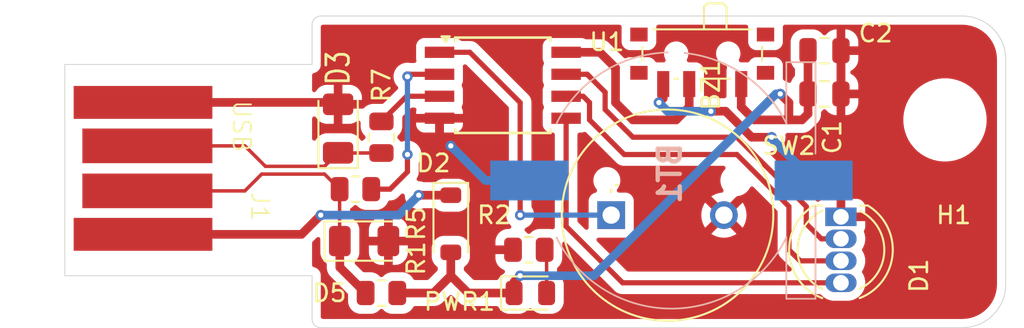
<source format=kicad_pcb>
(kicad_pcb (version 20240108) (generator "pcbnew") (generator_version "8.0")
  (layers (0 "F.Cu" signal) (31 "B.Cu" signal) (34 "B.Paste" user) (35 "F.Paste" user) (36 "B.SilkS" user "B.Silkscreen") (37 "F.SilkS" user "F.Silkscreen") (38 "B.Mask" user) (39 "F.Mask" user) (44 "Edge.Cuts" user))
  (net 0 "")
  (net 1 "GND")
  (net 2 "/Buzzer")
  (net 3 "/Blue")
  (net 4 "/Green")
  (net 5 "/Red")
  (net 6 "/D+")
  (net 7 "/D-")
  (net 8 "+5V")
  (net 9 "Net-(D2-K)")
  (net 10 "Net-(PWR1-A)")
  (net 11 "/PB3")
  (net 12 "/PB4")
  (net 13 "VCC")
  (net 14 "/cell_switch")
  (footprint "Diode_SMD:D_1206_3216Metric" (layer "F.Cu") (at 103.5 54.5 90)
    (property "Reference" "D3" (at 3.5 0 -90) (layer "F.SilkS") (effects (font (size 1.3 1) (thickness 0.16))))
    (property "Value" "3.6V")
    (fp_line (start 1.6 -1.135) (end -2.285 -1.135) (stroke (width 0.12)) (layer "F.SilkS"))
    (fp_line (start -2.285 -1.135) (end -2.285 1.135) (stroke (width 0.12)) (layer "F.SilkS"))
    (fp_line (start -2.285 1.135) (end 1.6 1.135) (stroke (width 0.12)) (layer "F.SilkS"))
    (pad "1" smd roundrect (at -1.4 0 90) (size 1.25 1.75) (layers "F.Cu" "F.Paste" "F.Mask") (roundrect_rratio 0.2) (net 6 "/D+"))
    (pad "2" smd roundrect (at 1.4 0 90) (size 1.25 1.75) (layers "F.Cu" "F.Paste" "F.Mask") (roundrect_rratio 0.2) (net 1 "GND"))
  )
  (footprint "Capacitor_SMD:C_0805_2012Metric" (layer "F.Cu") (at 131.55 50)
    (property "Reference" "C2" (at 2.95 -1 180) (layer "F.SilkS"))
    (property "Value" "0.1uF")
    (fp_line (start -0.261252 -0.735) (end 0.261252 -0.735) (stroke (width 0.12)) (layer "F.SilkS"))
    (fp_line (start -0.261252 0.735) (end 0.261252 0.735) (stroke (width 0.12)) (layer "F.SilkS"))
    (pad "1" smd roundrect (at -0.95 0) (size 1 1.45) (layers "F.Cu" "F.Paste" "F.Mask") (net 8 "+5V"))
    (pad "2" smd roundrect (at 0.95 0) (size 1 1.45) (layers "F.Cu" "F.Paste" "F.Mask") (net 1 "GND"))
  )
  (footprint "LED_SMD:LED_0805_2012Metric" (layer "F.Cu") (at 114.5875 64)
    (property "Reference" "PWR1" (at -4.0875 0.5 0) (layer "F.SilkS"))
    (property "Value" "LED")
    (fp_line (start -1.685 -0.96) (end -1.685 0.96) (stroke (width 0.12)) (layer "F.SilkS"))
    (fp_line (start -1.685 0.96) (end 1 0.96) (stroke (width 0.12)) (layer "F.SilkS"))
    (fp_line (start 1 -0.96) (end -1.685 -0.96) (stroke (width 0.12)) (layer "F.SilkS"))
    (pad "1" smd roundrect (at -0.9375 0) (size 0.975 1.4) (layers "F.Cu" "F.Paste" "F.Mask") (net 8 "+5V"))
    (pad "2" smd roundrect (at 0.9375 0) (size 0.975 1.4) (layers "F.Cu" "F.Paste" "F.Mask") (net 10 "Net-(PWR1-A)"))
  )
  (footprint "Package_SO:SOIC-8W_5.3x5.3mm_P1.27mm" (layer "F.Cu") (at 113 52)
    (property "Reference" "U1" (at 6 -2.5 0) (layer "F.SilkS"))
    (property "Value" "ATtiny85V-10S")
    (fp_line (start -2.75 -2.755) (end -2.75 -2.55) (stroke (width 0.15)) (layer "F.SilkS"))
    (fp_line (start -2.75 -2.755) (end 2.75 -2.755) (stroke (width 0.15)) (layer "F.SilkS"))
    (fp_line (start -2.75 2.755) (end -2.75 2.55) (stroke (width 0.15)) (layer "F.SilkS"))
    (fp_line (start -2.75 2.755) (end 2.75 2.755) (stroke (width 0.15)) (layer "F.SilkS"))
    (fp_line (start 2.75 -2.755) (end 2.75 -2.55) (stroke (width 0.15)) (layer "F.SilkS"))
    (fp_line (start 2.75 2.755) (end 2.75 2.55) (stroke (width 0.15)) (layer "F.SilkS"))
    (fp_poly (pts (xy -3.3 -2.5) (xy -3.54 -2.83) (xy -3.06 -2.83) (xy -3.3 -2.5)) (stroke (width 0.12)) (fill solid) (layer "F.SilkS"))
    (pad "1" smd rect (at -3.65 -1.905) (size 1.7 0.65) (layers "F.Cu" "F.Paste" "F.Mask") (net 2 "/Buzzer"))
    (pad "2" smd rect (at -3.65 -0.635) (size 1.7 0.65) (layers "F.Cu" "F.Paste" "F.Mask") (net 11 "/PB3"))
    (pad "3" smd rect (at -3.65 0.635) (size 1.7 0.65) (layers "F.Cu" "F.Paste" "F.Mask") (net 12 "/PB4"))
    (pad "4" smd rect (at -3.65 1.905) (size 1.7 0.65) (layers "F.Cu" "F.Paste" "F.Mask") (net 1 "GND"))
    (pad "5" smd rect (at 3.65 1.905) (size 1.7 0.65) (layers "F.Cu" "F.Paste" "F.Mask") (net 3 "/Blue"))
    (pad "6" smd rect (at 3.65 0.635) (size 1.7 0.65) (layers "F.Cu" "F.Paste" "F.Mask") (net 4 "/Green"))
    (pad "7" smd rect (at 3.65 -0.635) (size 1.7 0.65) (layers "F.Cu" "F.Paste" "F.Mask") (net 5 "/Red"))
    (pad "8" smd rect (at 3.65 -1.905) (size 1.7 0.65) (layers "F.Cu" "F.Paste" "F.Mask") (net 13 "VCC"))
  )
  (footprint "Resistor_SMD:R_0805_2012Metric" (layer "F.Cu") (at 104.5 58 180)
    (property "Reference" "R5" (at -3.5 -2 -90) (layer "F.SilkS"))
    (property "Value" "68")
    (fp_line (start -0.227064 0.735) (end 0.227064 0.735) (stroke (width 0.12)) (layer "F.SilkS"))
    (fp_line (start -0.227064 -0.735) (end 0.227064 -0.735) (stroke (width 0.12)) (layer "F.SilkS"))
    (pad "1" smd roundrect (at -0.9125 0 180) (size 1.025 1.4) (layers "F.Cu" "F.Paste" "F.Mask") (roundrect_rratio 0.243902) (net 11 "/PB3"))
    (pad "2" smd roundrect (at 0.9125 0 180) (size 1.025 1.4) (layers "F.Cu" "F.Paste" "F.Mask") (roundrect_rratio 0.243902) (net 7 "/D-"))
  )
  (footprint "Resistor_SMD:R_0805_2012Metric" (layer "F.Cu") (at 106 55 -90)
    (property "Reference" "R7" (at -3 0 90) (layer "F.SilkS"))
    (property "Value" "68")
    (fp_line (start -0.227064 0.735) (end 0.227064 0.735) (stroke (width 0.12)) (layer "F.SilkS"))
    (fp_line (start -0.227064 -0.735) (end 0.227064 -0.735) (stroke (width 0.12)) (layer "F.SilkS"))
    (pad "1" smd roundrect (at -0.9125 0 270) (size 1.025 1.4) (layers "F.Cu" "F.Paste" "F.Mask") (roundrect_rratio 0.243902) (net 12 "/PB4"))
    (pad "2" smd roundrect (at 0.9125 0 270) (size 1.025 1.4) (layers "F.Cu" "F.Paste" "F.Mask") (roundrect_rratio 0.243902) (net 6 "/D+"))
  )
  (footprint "custom_usbA_onPCB:USBonPCB" (layer "F.Cu") (at 87.35 56.8 -90)
    (property "Reference" "J1" (at 2.2 -11.65 -90) (layer "F.SilkS") (effects (font (thickness 0.1))))
    (property "Value" "USB_A")
    (fp_text user "USB" (at -4 -10 -90) (layer "F.SilkS") (effects (font (thickness 0.1)) (justify left bottom)))
    (pad "1" connect rect (at 3.81 -4.9 270) (size 1.9 8) (layers "F.Cu" "F.Mask") (net 9 "Net-(D2-K)"))
    (pad "2" connect rect (at 1.3 -5.15 270) (size 2 7.5) (layers "F.Cu" "F.Mask") (net 7 "/D-"))
    (pad "3" connect rect (at -1.3 -5.15 270) (size 2 7.5) (layers "F.Cu" "F.Mask") (net 6 "/D+"))
    (pad "4" connect rect (at -3.81 -4.9 270) (size 1.9 8) (layers "F.Cu" "F.Mask") (net 1 "GND"))
  )
  (footprint "Resistor_SMD:R_0805_2012Metric" (layer "F.Cu") (at 106 64 180)
    (property "Reference" "R1" (at -2 2 -90) (layer "F.SilkS"))
    (property "Value" "1K5")
    (fp_line (start -0.227064 0.735) (end 0.227064 0.735) (stroke (width 0.12)) (layer "F.SilkS"))
    (fp_line (start -0.227064 -0.735) (end 0.227064 -0.735) (stroke (width 0.12)) (layer "F.SilkS"))
    (pad "1" smd roundrect (at -0.9125 0 180) (size 1.025 1.4) (layers "F.Cu" "F.Paste" "F.Mask") (roundrect_rratio 0.243902) (net 8 "+5V"))
    (pad "2" smd roundrect (at 0.9125 0 180) (size 1.025 1.4) (layers "F.Cu" "F.Paste" "F.Mask") (roundrect_rratio 0.243902) (net 7 "/D-"))
  )
  (footprint "Diode_SMD:D_1206_3216Metric" (layer "F.Cu") (at 105 61)
    (property "Reference" "D5" (at -2 3 0) (layer "F.SilkS"))
    (property "Value" "3.6V")
    (fp_line (start -2.285 -1.135) (end -2.285 1.135) (stroke (width 0.12)) (layer "F.SilkS"))
    (fp_line (start -2.285 1.135) (end 1.6 1.135) (stroke (width 0.12)) (layer "F.SilkS"))
    (fp_line (start 1.6 -1.135) (end -2.285 -1.135) (stroke (width 0.12)) (layer "F.SilkS"))
    (pad "1" smd roundrect (at -1.4 0) (size 1.25 1.75) (layers "F.Cu" "F.Paste" "F.Mask") (roundrect_rratio 0.2) (net 7 "/D-"))
    (pad "2" smd roundrect (at 1.4 0) (size 1.25 1.75) (layers "F.Cu" "F.Paste" "F.Mask") (roundrect_rratio 0.2) (net 1 "GND"))
  )
  (footprint "Diode_SMD:D_SOD-123" (layer "F.Cu") (at 110 60 -90)
    (property "Reference" "D2" (at -3.5 1 180) (layer "F.SilkS"))
    (property "Value" "MBR0520LT")
    (fp_line (start -2.36 1) (end 1.65 1) (stroke (width 0.12)) (layer "F.SilkS"))
    (fp_line (start -2.36 -1) (end -2.36 1) (stroke (width 0.12)) (layer "F.SilkS"))
    (fp_line (start -2.36 -1) (end 1.65 -1) (stroke (width 0.12)) (layer "F.SilkS"))
    (pad "1" smd roundrect (at -1.65 0 270) (size 0.9 1.2) (layers "F.Cu" "F.Paste" "F.Mask") (net 9 "Net-(D2-K)"))
    (pad "2" smd roundrect (at 1.65 0 270) (size 0.9 1.2) (layers "F.Cu" "F.Paste" "F.Mask") (net 8 "+5V"))
  )
  (footprint "LED_THT:LED_D5.0mm-4_RGB" (layer "F.Cu") (at 132.5 59.6 -90)
    (property "Reference" "D1" (at 3.4 -4.5 90) (layer "F.SilkS"))
    (property "Value" "LED_KRGB")
    (fp_line (start -0.655 1.08) (end -0.655 1.545) (stroke (width 0.12)) (layer "F.SilkS"))
    (fp_line (start -0.655 -1.545) (end -0.655 -1.08) (stroke (width 0.12)) (layer "F.SilkS"))
    (fp_arc (start 4.692815 1.080827) (mid 2.163456 2.978808) (end -0.655 1.54483) (stroke (width 0.12)) (layer "F.SilkS"))
    (fp_arc (start 4.159479 1.080429) (mid 1.904762 2.5) (end -0.349684 1.08) (stroke (width 0.12)) (layer "F.SilkS"))
    (fp_arc (start -0.349684 -1.08) (mid 1.904762 -2.5) (end 4.159479 -1.080429) (stroke (width 0.12)) (layer "F.SilkS"))
    (fp_arc (start -0.655 -1.54483) (mid 2.163456 -2.978809) (end 4.692815 -1.080827) (stroke (width 0.12)) (layer "F.SilkS"))
    (pad "1" thru_hole rect (at 0 0 270) (size 1.07 1.8) (drill 0.9) (layers "*.Cu" "*.Mask") (net 1 "GND"))
    (pad "2" thru_hole oval (at 1.27 0 270) (size 1.07 1.8) (drill 0.9) (layers "*.Cu" "*.Mask") (net 5 "/Red"))
    (pad "3" thru_hole oval (at 2.54 0 270) (size 1.07 1.8) (drill 0.9) (layers "*.Cu" "*.Mask") (net 4 "/Green"))
    (pad "4" thru_hole oval (at 3.81 0 270) (size 1.07 1.8) (drill 0.9) (layers "*.Cu" "*.Mask") (net 3 "/Blue"))
  )
  (footprint "MountingHole:MountingHole_4.3mm_M4" (layer "F.Cu") (at 138.5 54)
    (property "Reference" "H1" (at 0.5 5.5 0) (layer "F.SilkS"))
    (property "Value" "MountingHole")
    (pad "" np_thru_hole circle (at 0 0) (size 4.3 4.3) (drill 4.3) (layers "*.Cu" "*.Mask"))
  )
  (footprint "Capacitor_SMD:C_0805_2012Metric" (layer "F.Cu") (at 131.55 52.5)
    (property "Reference" "C1" (at 0.45 2.5 -90) (layer "F.SilkS"))
    (property "Value" "4.7uF")
    (fp_line (start -0.261252 -0.735) (end 0.261252 -0.735) (stroke (width 0.12)) (layer "F.SilkS"))
    (fp_line (start -0.261252 0.735) (end 0.261252 0.735) (stroke (width 0.12)) (layer "F.SilkS"))
    (pad "1" smd roundrect (at -0.95 0) (size 1 1.45) (layers "F.Cu" "F.Paste" "F.Mask") (net 8 "+5V"))
    (pad "2" smd roundrect (at 0.95 0) (size 1 1.45) (layers "F.Cu" "F.Paste" "F.Mask") (net 1 "GND"))
  )
  (footprint "Button_Switch_SMD:SW_SPDT_PCM12" (layer "F.Cu") (at 124.5 50.5 180)
    (property "Reference" "SW2" (at -5 -5 180) (layer "F.SilkS"))
    (property "Value" "SW_SPDT")
    (fp_line (start 3.45 0.72) (end 3.45 -0.07) (stroke (width 0.12)) (layer "F.SilkS"))
    (fp_line (start 1.4 -1.12) (end 1.6 -1.12) (stroke (width 0.12)) (layer "F.SilkS"))
    (fp_line (start -0.1 3.02) (end -0.1 1.73) (stroke (width 0.12)) (layer "F.SilkS"))
    (fp_line (start -0.1 3.02) (end -0.3 3.23) (stroke (width 0.12)) (layer "F.SilkS"))
    (fp_line (start -1.2 3.23) (end -0.3 3.23) (stroke (width 0.12)) (layer "F.SilkS"))
    (fp_line (start -1.4 3.02) (end -1.2 3.23) (stroke (width 0.12)) (layer "F.SilkS"))
    (fp_line (start -1.4 1.73) (end -1.4 3.02) (stroke (width 0.12)) (layer "F.SilkS"))
    (fp_line (start -1.6 -1.12) (end 0.1 -1.12) (stroke (width 0.12)) (layer "F.SilkS"))
    (fp_line (start -2.85 1.73) (end 2.85 1.73) (stroke (width 0.12)) (layer "F.SilkS"))
    (fp_line (start -3.45 -0.07) (end -3.45 0.72) (stroke (width 0.12)) (layer "F.SilkS"))
    (pad "" smd rect (at -3.65 -0.78 180) (size 1 0.8) (layers "F.Cu" "F.Paste" "F.Mask"))
    (pad "" smd rect (at -3.65 1.43 180) (size 1 0.8) (layers "F.Cu" "F.Paste" "F.Mask"))
    (pad "" np_thru_hole circle (at -1.5 0.33 180) (size 0.9 0.9) (drill 0.9) (layers "*.Cu" "*.Mask"))
    (pad "" np_thru_hole circle (at 1.5 0.33 180) (size 0.9 0.9) (drill 0.9) (layers "*.Cu" "*.Mask"))
    (pad "" smd rect (at 3.65 -0.78 180) (size 1 0.8) (layers "F.Cu" "F.Paste" "F.Mask"))
    (pad "" smd rect (at 3.65 1.43 180) (size 1 0.8) (layers "F.Cu" "F.Paste" "F.Mask"))
    (pad "1" smd rect (at -2.25 -1.43 180) (size 0.7 1.5) (layers "F.Cu" "F.Paste" "F.Mask") (net 8 "+5V"))
    (pad "2" smd rect (at 0.75 -1.43 180) (size 0.7 1.5) (layers "F.Cu" "F.Paste" "F.Mask") (net 13 "VCC"))
    (pad "3" smd rect (at 2.25 -1.43 180) (size 0.7 1.5) (layers "F.Cu" "F.Paste" "F.Mask") (net 14 "/cell_switch"))
  )
  (footprint "Buzzer_Beeper:MagneticBuzzer_ProSignal_ABT-410-RC" (layer "F.Cu") (at 119.25 59.5)
    (property "Reference" "BZ1" (at 5.75 -7.5 90) (layer "F.SilkS"))
    (property "Value" "Buzzer")
    (fp_circle (center 3.25 0) (end 9.35 0) (stroke (width 0.12)) (fill none) (layer "F.SilkS"))
    (fp_text user "+" (at 0 -1.8 0) (layer "F.SilkS"))
    (pad "1" thru_hole rect (at 0 0) (size 1.6 1.6) (drill 1) (layers "*.Cu" "*.Mask") (net 2 "/Buzzer"))
    (pad "2" thru_hole circle (at 6.5 0) (size 1.6 1.6) (drill 1) (layers "*.Cu" "*.Mask") (net 1 "GND"))
  )
  (footprint "Resistor_SMD:R_0805_2012Metric" (layer "F.Cu") (at 114.5 61.5 180)
    (property "Reference" "R2" (at 2 2 180) (layer "F.SilkS"))
    (property "Value" "1K")
    (fp_line (start -0.227064 0.735) (end 0.227064 0.735) (stroke (width 0.12)) (layer "F.SilkS"))
    (fp_line (start -0.227064 -0.735) (end 0.227064 -0.735) (stroke (width 0.12)) (layer "F.SilkS"))
    (pad "1" smd roundrect (at -0.9125 0 180) (size 1.025 1.4) (layers "F.Cu" "F.Paste" "F.Mask") (roundrect_rratio 0.243902) (net 10 "Net-(PWR1-A)"))
    (pad "2" smd roundrect (at 0.9125 0 180) (size 1.025 1.4) (layers "F.Cu" "F.Paste" "F.Mask") (roundrect_rratio 0.243902) (net 1 "GND"))
  )
  (footprint "22BatteryHoldercoincell_S8411-45R:S8411-45R_1" (layer "B.Cu") (at 122.725 57.5 -90)
    (property "Reference" "BT1" (at -0.412 0.096 90) (layer "B.SilkS") (effects (font (size 1.27 1.27) (thickness 0.254)) (justify mirror)))
    (property "Value" "Battery_Cell" (hide yes))
    (fp_line (start -6.832 -6.625) (end -6.832 -8.307) (stroke (width 0.1)) (layer "B.SilkS"))
    (fp_line (start -3.27 -6.625) (end -6.832 -6.625) (stroke (width 0.1)) (layer "B.SilkS"))
    (fp_line (start 3.296 -6.625) (end 6.832 -6.625) (stroke (width 0.1)) (layer "B.SilkS"))
    (fp_line (start 6.832 -6.625) (end 6.832 -8.307) (stroke (width 0.1)) (layer "B.SilkS"))
    (fp_line (start -1.553 -8.307) (end -6.832 -8.307) (stroke (width 0.1)) (layer "B.SilkS"))
    (fp_line (start 1.49 -8.307) (end 6.832 -8.307) (stroke (width 0.1)) (layer "B.SilkS"))
    (fp_arc (start -3.29687 6.625) (mid -7.399998 -0.000879) (end -3.295295 -6.625783) (stroke (width 0.1)) (layer "B.SilkS"))
    (fp_arc (start 3.29687 -6.625) (mid 7.399995 0.000884) (end 3.295287 6.625787) (stroke (width 0.1)) (layer "B.SilkS"))
    (pad "" np_thru_hole circle (at 0 -3.725 270) (size 1.3 1.3) (drill 1.3) (layers "*.Cu" "*.Mask"))
    (pad "" np_thru_hole circle (at 0 3.725 270) (size 1.05 1.05) (drill 1.05) (layers "*.Cu" "*.Mask"))
    (pad "1" smd rect (at 0 -8.2 270) (size 2.3 4.5) (layers "B.Cu" "B.Paste" "B.Mask") (net 14 "/cell_switch"))
    (pad "2" smd rect (at 0 8.2 270) (size 2.3 4.5) (layers "B.Cu" "B.Paste" "B.Mask") (net 1 "GND"))
  )
  (gr_arc (start 139.5 48) (mid 141.267767 48.732233) (end 142 50.5) (stroke (width 0.05)) (layer "Edge.Cuts"))
  (gr_line (start 102.5 66) (end 139.5 66) (stroke (width 0.05)) (layer "Edge.Cuts"))
  (gr_arc (start 142 63.5) (mid 141.267767 65.267767) (end 139.5 66) (stroke (width 0.05)) (layer "Edge.Cuts"))
  (gr_line (start 102 65.5) (end 102 63) (stroke (width 0.05)) (layer "Edge.Cuts"))
  (gr_line (start 142 63.5) (end 142 50.5) (stroke (width 0.05)) (layer "Edge.Cuts"))
  (gr_arc (start 102 48.5) (mid 102.146447 48.146447) (end 102.5 48) (stroke (width 0.05)) (layer "Edge.Cuts"))
  (gr_line (start 102 50.8) (end 87.7375 50.8) (stroke (width 0.05)) (layer "Edge.Cuts"))
  (gr_line (start 102 48.5) (end 102 50.8) (stroke (width 0.05)) (layer "Edge.Cuts"))
  (gr_arc (start 102.5 66) (mid 102.146447 65.853553) (end 102 65.5) (stroke (width 0.05)) (layer "Edge.Cuts"))
  (gr_line (start 87.7375 63) (end 87.7375 50.8) (stroke (width 0.05)) (layer "Edge.Cuts"))
  (gr_line (start 87.7375 63) (end 102 63) (stroke (width 0.05)) (layer "Edge.Cuts"))
  (gr_line (start 139.5 48) (end 102.5 48) (stroke (width 0.05)) (layer "Edge.Cuts"))
  (segment (start 132.5 50) (end 132.5 52.5) (width 0.5) (layer "F.Cu") (net 1))
  (segment (start 106.4 61) (end 106.65 60.75) (width 0.5) (layer "F.Cu") (net 1))
  (segment (start 109.35 53.905) (end 109.35 54.85) (width 0.5) (layer "F.Cu") (net 1))
  (segment (start 106.5 60.9) (end 106.4 61) (width 0.5) (layer "F.Cu") (net 1))
  (segment (start 109.35 54.85) (end 110 55.5) (width 0.5) (layer "F.Cu") (net 1))
  (segment (start 92.25 52.99) (end 103.39 52.99) (width 0.5) (layer "F.Cu") (net 1))
  (segment (start 103.39 52.99) (end 103.5 53.1) (width 0.5) (layer "F.Cu") (net 1))
  (via (at 110 55.5) (size 0.6) (drill 0.3) (layers "F.Cu" "B.Cu") (net 1))
  (segment (start 110 55.5) (end 112 57.5) (width 0.5) (layer "B.Cu") (net 1))
  (segment (start 112 57.5) (end 114.525 57.5) (width 0.5) (layer "B.Cu") (net 1))
  (segment (start 111.095 50.095) (end 114 53) (width 0.3) (layer "F.Cu") (net 2))
  (segment (start 114 53) (end 114 59.5) (width 0.3) (layer "F.Cu") (net 2))
  (segment (start 109.35 50.095) (end 111.095 50.095) (width 0.3) (layer "F.Cu") (net 2))
  (via (at 114 59.5) (size 0.6) (drill 0.3) (layers "F.Cu" "B.Cu") (net 2))
  (segment (start 114 59.5) (end 119.25 59.5) (width 0.3) (layer "B.Cu") (net 2))
  (segment (start 116.65 53.905) (end 116.65 60.15) (width 0.3) (layer "F.Cu") (net 3))
  (segment (start 119.91 63.41) (end 132.5 63.41) (width 0.3) (layer "F.Cu") (net 3))
  (segment (start 116.65 60.15) (end 119.91 63.41) (width 0.3) (layer "F.Cu") (net 3))
  (segment (start 118 53) (end 118 54) (width 0.3) (layer "F.Cu") (net 4))
  (segment (start 129.5 61.5) (end 130.14 62.14) (width 0.3) (layer "F.Cu") (net 4))
  (segment (start 118 54) (end 120 56) (width 0.3) (layer "F.Cu") (net 4))
  (segment (start 126.5 56) (end 129.5 59) (width 0.3) (layer "F.Cu") (net 4))
  (segment (start 129.5 59) (end 129.5 61.5) (width 0.3) (layer "F.Cu") (net 4))
  (segment (start 120 56) (end 126.5 56) (width 0.3) (layer "F.Cu") (net 4))
  (segment (start 116.65 52.635) (end 117.635 52.635) (width 0.3) (layer "F.Cu") (net 4))
  (segment (start 117.635 52.635) (end 118 53) (width 0.3) (layer "F.Cu") (net 4))
  (segment (start 130.14 62.14) (end 132.5 62.14) (width 0.3) (layer "F.Cu") (net 4))
  (segment (start 118.9 53.4) (end 120.5 55) (width 0.3) (layer "F.Cu") (net 5))
  (segment (start 117.865 51.365) (end 118 51.5) (width 0.3) (layer "F.Cu") (net 5))
  (segment (start 126.5 55) (end 130.5 59) (width 0.3) (layer "F.Cu") (net 5))
  (segment (start 118.9 52.4) (end 118.9 53.4) (width 0.3) (layer "F.Cu") (net 5))
  (segment (start 116.65 51.365) (end 117.865 51.365) (width 0.3) (layer "F.Cu") (net 5))
  (segment (start 130.5 59) (end 130.5 60) (width 0.3) (layer "F.Cu") (net 5))
  (segment (start 117.865 51.365) (end 118.9 52.4) (width 0.3) (layer "F.Cu") (net 5))
  (segment (start 131.37 60.87) (end 132.5 60.87) (width 0.3) (layer "F.Cu") (net 5))
  (segment (start 130.5 60) (end 131.37 60.87) (width 0.3) (layer "F.Cu") (net 5))
  (segment (start 120.5 55) (end 126.5 55) (width 0.3) (layer "F.Cu") (net 5))
  (segment (start 102.718751 56.681249) (end 103.5 55.9) (width 0.2) (layer "F.Cu") (net 6))
  (segment (start 103.9 55.9) (end 103.9125 55.9125) (width 0.2) (layer "F.Cu") (net 6))
  (segment (start 98.125001 55.5) (end 99.30625 56.681249) (width 0.2) (layer "F.Cu") (net 6))
  (segment (start 92.5 55.5) (end 98.125001 55.5) (width 0.2) (layer "F.Cu") (net 6))
  (segment (start 103.1 55.5) (end 103.5 55.9) (width 0.2) (layer "F.Cu") (net 6))
  (segment (start 103.9125 55.9125) (end 106 55.9125) (width 0.2) (layer "F.Cu") (net 6))
  (segment (start 99.30625 56.681249) (end 102.718751 56.681249) (width 0.2) (layer "F.Cu") (net 6))
  (segment (start 103.5 55.9) (end 103.9 55.9) (width 0.2) (layer "F.Cu") (net 6))
  (segment (start 92.5 58.1) (end 98.125001 58.1) (width 0.2) (layer "F.Cu") (net 7))
  (segment (start 103.5875 60.9875) (end 103.6 61) (width 0.2) (layer "F.Cu") (net 7))
  (segment (start 102.718751 57.131251) (end 103.5875 58) (width 0.2) (layer "F.Cu") (net 7))
  (segment (start 103.5875 58) (end 103.5875 60.9875) (width 0.2) (layer "F.Cu") (net 7))
  (segment (start 99.09375 57.131251) (end 102.718751 57.131251) (width 0.2) (layer "F.Cu") (net 7))
  (segment (start 98.125001 58.1) (end 99.09375 57.131251) (width 0.2) (layer "F.Cu") (net 7))
  (segment (start 103.6 62.5125) (end 105.0875 64) (width 0.5) (layer "F.Cu") (net 7))
  (segment (start 103.6 61) (end 103.6 62.5125) (width 0.5) (layer "F.Cu") (net 7))
  (segment (start 110 63) (end 110 61.65) (width 0.5) (layer "F.Cu") (net 8))
  (segment (start 130.6 53.65) (end 130.6 52.5) (width 0.5) (layer "F.Cu") (net 8))
  (segment (start 113.65 64) (end 113.65 63.35) (width 0.5) (layer "F.Cu") (net 8))
  (segment (start 109 64) (end 110 63) (width 0.5) (layer "F.Cu") (net 8))
  (segment (start 129 52.5) (end 129.5 53) (width 0.5) (layer "F.Cu") (net 8))
  (segment (start 127.5 54) (end 129.5 54) (width 0.5) (layer "F.Cu") (net 8))
  (segment (start 130.6 50) (end 130.6 52.5) (width 0.5) (layer "F.Cu") (net 8))
  (segment (start 113.65 63.35) (end 114 63) (width 0.5) (layer "F.Cu") (net 8))
  (segment (start 111 64) (end 113.65 64) (width 0.5) (layer "F.Cu") (net 8))
  (segment (start 129.5 53) (end 129.5 54) (width 0.5) (layer "F.Cu") (net 8))
  (segment (start 106.9125 64) (end 109 64) (width 0.5) (layer "F.Cu") (net 8))
  (segment (start 126.75 51.93) (end 126.75 53.25) (width 0.5) (layer "F.Cu") (net 8))
  (segment (start 129.5 54) (end 130.25 54) (width 0.5) (layer "F.Cu") (net 8))
  (segment (start 126.75 53.25) (end 127.5 54) (width 0.5) (layer "F.Cu") (net 8))
  (segment (start 130.25 54) (end 130.6 53.65) (width 0.5) (layer "F.Cu") (net 8))
  (segment (start 110 63) (end 111 64) (width 0.5) (layer "F.Cu") (net 8))
  (via (at 129 52.5) (size 0.6) (drill 0.3) (layers "F.Cu" "B.Cu") (net 8))
  (via (at 114 63) (size 0.6) (drill 0.3) (layers "F.Cu" "B.Cu") (net 8))
  (segment (start 114 63) (end 118.25 63) (width 0.5) (layer "B.Cu") (net 8))
  (segment (start 128.75 52.5) (end 129 52.5) (width 0.5) (layer "B.Cu") (net 8))
  (segment (start 118.25 63) (end 128.75 52.5) (width 0.5) (layer "B.Cu") (net 8))
  (segment (start 108.15 58.35) (end 110 58.35) (width 0.5) (layer "F.Cu") (net 9))
  (segment (start 101.39 60.61) (end 92.25 60.61) (width 0.5) (layer "F.Cu") (net 9))
  (segment (start 102.5 59.5) (end 101.39 60.61) (width 0.5) (layer "F.Cu") (net 9))
  (via (at 102.5 59.5) (size 0.6) (drill 0.3) (layers "F.Cu" "B.Cu") (net 9))
  (via (at 108.15 58.35) (size 0.6) (drill 0.3) (layers "F.Cu" "B.Cu") (net 9))
  (segment (start 107 59.5) (end 102.5 59.5) (width 0.5) (layer "B.Cu") (net 9))
  (segment (start 108.15 58.35) (end 107 59.5) (width 0.5) (layer "B.Cu") (net 9))
  (segment (start 115.525 61.6125) (end 115.4125 61.5) (width 0.2) (layer "F.Cu") (net 10))
  (segment (start 115.525 64) (end 115.525 61.6125) (width 0.2) (layer "F.Cu") (net 10))
  (segment (start 107.5 57) (end 106.5 58) (width 0.3) (layer "F.Cu") (net 11))
  (segment (start 106.5 58) (end 105.4125 58) (width 0.3) (layer "F.Cu") (net 11))
  (segment (start 109.35 51.365) (end 107.635 51.365) (width 0.3) (layer "F.Cu") (net 11))
  (segment (start 107.635 51.365) (end 107.5 51.5) (width 0.3) (layer "F.Cu") (net 11))
  (segment (start 107.5 56) (end 107.5 57) (width 0.3) (layer "F.Cu") (net 11))
  (via (at 107.5 51.5) (size 0.6) (drill 0.3) (layers "F.Cu" "B.Cu") (net 11))
  (via (at 107.5 56) (size 0.6) (drill 0.3) (layers "F.Cu" "B.Cu") (net 11))
  (segment (start 107.5 51.5) (end 107.5 56) (width 0.3) (layer "B.Cu") (net 11))
  (segment (start 107.4525 52.635) (end 109.35 52.635) (width 0.3) (layer "F.Cu") (net 12))
  (segment (start 106 54.0875) (end 107.4525 52.635) (width 0.3) (layer "F.Cu") (net 12))
  (segment (start 120.5 54) (end 123 54) (width 0.5) (layer "F.Cu") (net 13))
  (segment (start 119.5 51) (end 119.5 53) (width 0.5) (layer "F.Cu") (net 13))
  (segment (start 118.595 50.095) (end 119.5 51) (width 0.5) (layer "F.Cu") (net 13))
  (segment (start 123.75 53.25) (end 123.75 51.93) (width 0.5) (layer "F.Cu") (net 13))
  (segment (start 123 54) (end 123.75 53.25) (width 0.5) (layer "F.Cu") (net 13))
  (segment (start 119.5 53) (end 120.5 54) (width 0.5) (layer "F.Cu") (net 13))
  (segment (start 116.65 50.095) (end 118.595 50.095) (width 0.5) (layer "F.Cu") (net 13))
  (segment (start 122.25 52.25) (end 122.25 51.93) (width 0.5) (layer "F.Cu") (net 14))
  (segment (start 125.848528 53.5) (end 127.348528 55) (width 0.5) (layer "F.Cu") (net 14))
  (segment (start 125 53.5) (end 125.848528 53.5) (width 0.5) (layer "F.Cu") (net 14))
  (segment (start 122.25 52.75) (end 122 53) (width 0.5) (layer "F.Cu") (net 14))
  (segment (start 127.348528 55) (end 128.5 55) (width 0.5) (layer "F.Cu") (net 14))
  (segment (start 122.25 51.93) (end 122.25 52.75) (width 0.5) (layer "F.Cu") (net 14))
  (via (at 125 53.5) (size 0.6) (drill 0.3) (layers "F.Cu" "B.Cu") (net 14))
  (via (at 122 53) (size 0.6) (drill 0.3) (layers "F.Cu" "B.Cu") (net 14))
  (via (at 128.5 55) (size 0.6) (drill 0.3) (layers "F.Cu" "B.Cu") (net 14))
  (segment (start 122 53) (end 122.5 53.5) (width 0.5) (layer "B.Cu") (net 14))
  (segment (start 128.5 55.075) (end 130.925 57.5) (width 0.5) (layer "B.Cu") (net 14))
  (segment (start 122.5 53.5) (end 125 53.5) (width 0.5) (layer "B.Cu") (net 14))
  (segment (start 128.5 55) (end 128.5 55.075) (width 0.5) (layer "B.Cu") (net 14))
  (zone (net 1) (net_name "GND") (layer "F.Cu") (connect_pads (clearance 0.5)) (min_thickness 0.25) (fill yes (thermal_gap 0.5) (thermal_bridge_width 0.5))
    (polygon (pts (xy 102 48) (xy 142 48) (xy 142 66) (xy 102 66) (xy 102 49)))
  )
)
</source>
